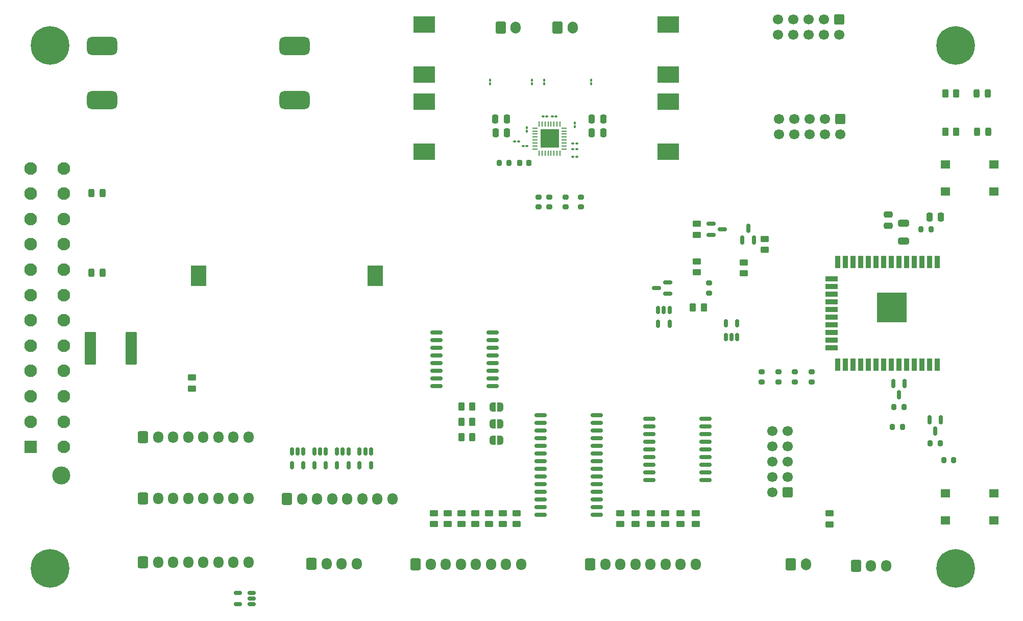
<source format=gbr>
%TF.GenerationSoftware,KiCad,Pcbnew,6.0.5-a6ca702e91~116~ubuntu20.04.1*%
%TF.CreationDate,2022-06-04T17:59:46+02:00*%
%TF.ProjectId,anna_elsa_esp32_cpu,616e6e61-5f65-46c7-9361-5f6573703332,rev?*%
%TF.SameCoordinates,Original*%
%TF.FileFunction,Soldermask,Top*%
%TF.FilePolarity,Negative*%
%FSLAX46Y46*%
G04 Gerber Fmt 4.6, Leading zero omitted, Abs format (unit mm)*
G04 Created by KiCad (PCBNEW 6.0.5-a6ca702e91~116~ubuntu20.04.1) date 2022-06-04 17:59:46*
%MOMM*%
%LPD*%
G01*
G04 APERTURE LIST*
G04 Aperture macros list*
%AMRoundRect*
0 Rectangle with rounded corners*
0 $1 Rounding radius*
0 $2 $3 $4 $5 $6 $7 $8 $9 X,Y pos of 4 corners*
0 Add a 4 corners polygon primitive as box body*
4,1,4,$2,$3,$4,$5,$6,$7,$8,$9,$2,$3,0*
0 Add four circle primitives for the rounded corners*
1,1,$1+$1,$2,$3*
1,1,$1+$1,$4,$5*
1,1,$1+$1,$6,$7*
1,1,$1+$1,$8,$9*
0 Add four rect primitives between the rounded corners*
20,1,$1+$1,$2,$3,$4,$5,0*
20,1,$1+$1,$4,$5,$6,$7,0*
20,1,$1+$1,$6,$7,$8,$9,0*
20,1,$1+$1,$8,$9,$2,$3,0*%
%AMFreePoly0*
4,1,22,0.500000,-0.750000,0.000000,-0.750000,0.000000,-0.745033,-0.079941,-0.743568,-0.215256,-0.701293,-0.333266,-0.622738,-0.424486,-0.514219,-0.481581,-0.384460,-0.499164,-0.250000,-0.500000,-0.250000,-0.500000,0.250000,-0.499164,0.250000,-0.499963,0.256109,-0.478152,0.396186,-0.417904,0.524511,-0.324060,0.630769,-0.204165,0.706417,-0.067858,0.745374,0.000000,0.744959,0.000000,0.750000,
0.500000,0.750000,0.500000,-0.750000,0.500000,-0.750000,$1*%
%AMFreePoly1*
4,1,20,0.000000,0.744959,0.073905,0.744508,0.209726,0.703889,0.328688,0.626782,0.421226,0.519385,0.479903,0.390333,0.500000,0.250000,0.500000,-0.250000,0.499851,-0.262216,0.476331,-0.402017,0.414519,-0.529596,0.319384,-0.634700,0.198574,-0.708877,0.061801,-0.746166,0.000000,-0.745033,0.000000,-0.750000,-0.500000,-0.750000,-0.500000,0.750000,0.000000,0.750000,0.000000,0.744959,
0.000000,0.744959,$1*%
G04 Aperture macros list end*
%ADD10R,3.600000X2.700000*%
%ADD11RoundRect,0.250000X0.250000X0.475000X-0.250000X0.475000X-0.250000X-0.475000X0.250000X-0.475000X0*%
%ADD12RoundRect,0.250000X-0.250000X-0.475000X0.250000X-0.475000X0.250000X0.475000X-0.250000X0.475000X0*%
%ADD13RoundRect,0.200000X0.275000X-0.200000X0.275000X0.200000X-0.275000X0.200000X-0.275000X-0.200000X0*%
%ADD14RoundRect,0.150000X-0.150000X0.512500X-0.150000X-0.512500X0.150000X-0.512500X0.150000X0.512500X0*%
%ADD15RoundRect,0.150000X0.512500X0.150000X-0.512500X0.150000X-0.512500X-0.150000X0.512500X-0.150000X0*%
%ADD16RoundRect,0.150000X0.150000X-0.512500X0.150000X0.512500X-0.150000X0.512500X-0.150000X-0.512500X0*%
%ADD17RoundRect,0.200000X0.200000X0.275000X-0.200000X0.275000X-0.200000X-0.275000X0.200000X-0.275000X0*%
%ADD18RoundRect,0.243750X0.243750X0.456250X-0.243750X0.456250X-0.243750X-0.456250X0.243750X-0.456250X0*%
%ADD19RoundRect,0.250000X0.450000X-0.262500X0.450000X0.262500X-0.450000X0.262500X-0.450000X-0.262500X0*%
%ADD20R,2.540000X3.510000*%
%ADD21RoundRect,0.062500X-0.375000X-0.062500X0.375000X-0.062500X0.375000X0.062500X-0.375000X0.062500X0*%
%ADD22RoundRect,0.062500X-0.062500X-0.375000X0.062500X-0.375000X0.062500X0.375000X-0.062500X0.375000X0*%
%ADD23R,3.100000X3.100000*%
%ADD24RoundRect,0.250000X-0.600000X-0.725000X0.600000X-0.725000X0.600000X0.725000X-0.600000X0.725000X0*%
%ADD25O,1.700000X1.950000*%
%ADD26R,1.600000X1.400000*%
%ADD27C,0.800000*%
%ADD28C,6.400000*%
%ADD29RoundRect,0.250000X-0.600000X-0.750000X0.600000X-0.750000X0.600000X0.750000X-0.600000X0.750000X0*%
%ADD30O,1.700000X2.000000*%
%ADD31RoundRect,0.100000X0.130000X0.100000X-0.130000X0.100000X-0.130000X-0.100000X0.130000X-0.100000X0*%
%ADD32RoundRect,0.100000X-0.130000X-0.100000X0.130000X-0.100000X0.130000X0.100000X-0.130000X0.100000X0*%
%ADD33RoundRect,0.100000X0.100000X-0.130000X0.100000X0.130000X-0.100000X0.130000X-0.100000X-0.130000X0*%
%ADD34R,0.900000X2.000000*%
%ADD35R,2.000000X0.900000*%
%ADD36R,5.000000X5.000000*%
%ADD37RoundRect,0.150000X-0.875000X-0.150000X0.875000X-0.150000X0.875000X0.150000X-0.875000X0.150000X0*%
%ADD38RoundRect,0.150000X0.875000X0.150000X-0.875000X0.150000X-0.875000X-0.150000X0.875000X-0.150000X0*%
%ADD39RoundRect,0.250000X-0.262500X-0.450000X0.262500X-0.450000X0.262500X0.450000X-0.262500X0.450000X0*%
%ADD40RoundRect,0.250000X0.262500X0.450000X-0.262500X0.450000X-0.262500X-0.450000X0.262500X-0.450000X0*%
%ADD41RoundRect,0.250000X0.600000X0.600000X-0.600000X0.600000X-0.600000X-0.600000X0.600000X-0.600000X0*%
%ADD42C,1.700000*%
%ADD43RoundRect,0.225000X0.225000X0.250000X-0.225000X0.250000X-0.225000X-0.250000X0.225000X-0.250000X0*%
%ADD44RoundRect,0.250000X-0.450000X0.262500X-0.450000X-0.262500X0.450000X-0.262500X0.450000X0.262500X0*%
%ADD45FreePoly0,180.000000*%
%ADD46FreePoly1,180.000000*%
%ADD47RoundRect,0.250000X-0.475000X0.250000X-0.475000X-0.250000X0.475000X-0.250000X0.475000X0.250000X0*%
%ADD48RoundRect,0.250000X-0.650000X0.325000X-0.650000X-0.325000X0.650000X-0.325000X0.650000X0.325000X0*%
%ADD49RoundRect,0.200000X-0.200000X-0.275000X0.200000X-0.275000X0.200000X0.275000X-0.200000X0.275000X0*%
%ADD50RoundRect,0.150000X-0.587500X-0.150000X0.587500X-0.150000X0.587500X0.150000X-0.587500X0.150000X0*%
%ADD51RoundRect,0.150000X0.587500X0.150000X-0.587500X0.150000X-0.587500X-0.150000X0.587500X-0.150000X0*%
%ADD52RoundRect,0.250000X-0.600000X0.600000X-0.600000X-0.600000X0.600000X-0.600000X0.600000X0.600000X0*%
%ADD53RoundRect,0.250000X-0.712500X-2.475000X0.712500X-2.475000X0.712500X2.475000X-0.712500X2.475000X0*%
%ADD54RoundRect,0.750000X-1.750000X-0.750000X1.750000X-0.750000X1.750000X0.750000X-1.750000X0.750000X0*%
%ADD55RoundRect,0.150000X0.150000X-0.587500X0.150000X0.587500X-0.150000X0.587500X-0.150000X-0.587500X0*%
%ADD56RoundRect,0.150000X-0.150000X0.587500X-0.150000X-0.587500X0.150000X-0.587500X0.150000X0.587500X0*%
%ADD57RoundRect,0.243750X-0.243750X-0.456250X0.243750X-0.456250X0.243750X0.456250X-0.243750X0.456250X0*%
%ADD58RoundRect,0.200000X-0.275000X0.200000X-0.275000X-0.200000X0.275000X-0.200000X0.275000X0.200000X0*%
%ADD59C,3.000000*%
%ADD60R,2.100000X2.100000*%
%ADD61C,2.100000*%
G04 APERTURE END LIST*
D10*
%TO.C,L4*%
X158250000Y-35150000D03*
X158250000Y-26850000D03*
%TD*%
%TO.C,L3*%
X158250000Y-47900000D03*
X158250000Y-39600000D03*
%TD*%
%TO.C,L2*%
X117750000Y-35150000D03*
X117750000Y-26850000D03*
%TD*%
%TO.C,L1*%
X117750000Y-47900000D03*
X117750000Y-39600000D03*
%TD*%
D11*
%TO.C,C18*%
X131450000Y-42500000D03*
X129550000Y-42500000D03*
%TD*%
D12*
%TO.C,C17*%
X145550000Y-42500000D03*
X147450000Y-42500000D03*
%TD*%
%TO.C,C14*%
X145550000Y-44750000D03*
X147450000Y-44750000D03*
%TD*%
D13*
%TO.C,R39*%
X143750000Y-57075000D03*
X143750000Y-55425000D03*
%TD*%
%TO.C,R37*%
X141250000Y-57075000D03*
X141250000Y-55425000D03*
%TD*%
%TO.C,R35*%
X138500000Y-57075000D03*
X138500000Y-55425000D03*
%TD*%
%TO.C,R29*%
X136750000Y-57075000D03*
X136750000Y-55425000D03*
%TD*%
D11*
%TO.C,C11*%
X131500000Y-44750000D03*
X129600000Y-44750000D03*
%TD*%
D14*
%TO.C,U11*%
X97700000Y-97612500D03*
X96750000Y-97612500D03*
X95800000Y-97612500D03*
X95800000Y-99887500D03*
X97700000Y-99887500D03*
%TD*%
%TO.C,U10*%
X105200000Y-97612500D03*
X104250000Y-97612500D03*
X103300000Y-97612500D03*
X103300000Y-99887500D03*
X105200000Y-99887500D03*
%TD*%
D15*
%TO.C,U9*%
X89137500Y-122950000D03*
X89137500Y-122000000D03*
X89137500Y-121050000D03*
X86862500Y-121050000D03*
X86862500Y-122950000D03*
%TD*%
D14*
%TO.C,U7*%
X101450000Y-97612500D03*
X100500000Y-97612500D03*
X99550000Y-97612500D03*
X99550000Y-99887500D03*
X101450000Y-99887500D03*
%TD*%
%TO.C,U6*%
X108950000Y-97612500D03*
X108000000Y-97612500D03*
X107050000Y-97612500D03*
X107050000Y-99887500D03*
X108950000Y-99887500D03*
%TD*%
D16*
%TO.C,U5*%
X167800000Y-78637500D03*
X168750000Y-78637500D03*
X169700000Y-78637500D03*
X169700000Y-76362500D03*
X167800000Y-76362500D03*
%TD*%
D14*
%TO.C,U2*%
X158450000Y-74112500D03*
X157500000Y-74112500D03*
X156550000Y-74112500D03*
X156550000Y-76387500D03*
X158450000Y-76387500D03*
%TD*%
D17*
%TO.C,R1*%
X131825000Y-49750000D03*
X130175000Y-49750000D03*
%TD*%
D18*
%TO.C,D1*%
X211359000Y-44600000D03*
X209484000Y-44600000D03*
%TD*%
%TO.C,D2*%
X211280500Y-38250000D03*
X209405500Y-38250000D03*
%TD*%
D19*
%TO.C,R16*%
X133096000Y-109624500D03*
X133096000Y-107799500D03*
%TD*%
D20*
%TO.C,BT1*%
X80320000Y-68500000D03*
X109680000Y-68500000D03*
%TD*%
D21*
%TO.C,U3*%
X136119500Y-43970000D03*
X136119500Y-44470000D03*
X136119500Y-44970000D03*
X136119500Y-45470000D03*
X136119500Y-45970000D03*
X136119500Y-46470000D03*
X136119500Y-46970000D03*
X136119500Y-47470000D03*
D22*
X136807000Y-48157500D03*
X137307000Y-48157500D03*
X137807000Y-48157500D03*
X138307000Y-48157500D03*
X138807000Y-48157500D03*
X139307000Y-48157500D03*
X139807000Y-48157500D03*
X140307000Y-48157500D03*
D21*
X140994500Y-47470000D03*
X140994500Y-46970000D03*
X140994500Y-46470000D03*
X140994500Y-45970000D03*
X140994500Y-45470000D03*
X140994500Y-44970000D03*
X140994500Y-44470000D03*
X140994500Y-43970000D03*
D22*
X140307000Y-43282500D03*
X139807000Y-43282500D03*
X139307000Y-43282500D03*
X138807000Y-43282500D03*
X138307000Y-43282500D03*
X137807000Y-43282500D03*
X137307000Y-43282500D03*
X136807000Y-43282500D03*
D23*
X138557000Y-45720000D03*
%TD*%
D24*
%TO.C,J5*%
X189382400Y-116535200D03*
D25*
X191882400Y-116535200D03*
X194382400Y-116535200D03*
%TD*%
D24*
%TO.C,J22*%
X116332000Y-116332000D03*
D25*
X118832000Y-116332000D03*
X121332000Y-116332000D03*
X123832000Y-116332000D03*
X126332000Y-116332000D03*
X128832000Y-116332000D03*
X131332000Y-116332000D03*
X133832000Y-116332000D03*
%TD*%
D26*
%TO.C,SW1*%
X204250000Y-50000000D03*
X212250000Y-50000000D03*
X204250000Y-54500000D03*
X212250000Y-54500000D03*
%TD*%
D27*
%TO.C,H2*%
X58120000Y-117000000D03*
D28*
X55720000Y-117000000D03*
D27*
X53320000Y-117000000D03*
X54022944Y-118697056D03*
X55720000Y-119400000D03*
X57417056Y-118697056D03*
X55720000Y-114600000D03*
X57417056Y-115302944D03*
X54022944Y-115302944D03*
%TD*%
%TO.C,H3*%
X205900000Y-27920000D03*
X208300000Y-30320000D03*
X204202944Y-28622944D03*
X203500000Y-30320000D03*
X207597056Y-28622944D03*
X205900000Y-32720000D03*
X207597056Y-32017056D03*
D28*
X205900000Y-30320000D03*
D27*
X204202944Y-32017056D03*
%TD*%
D29*
%TO.C,J9*%
X130429000Y-27305000D03*
D30*
X132929000Y-27305000D03*
%TD*%
D29*
%TO.C,J11*%
X139879000Y-27305000D03*
D30*
X142379000Y-27305000D03*
%TD*%
D31*
%TO.C,C2*%
X143070000Y-47500000D03*
X142430000Y-47500000D03*
%TD*%
%TO.C,C3*%
X143070000Y-46500000D03*
X142430000Y-46500000D03*
%TD*%
D32*
%TO.C,C5*%
X134173000Y-46990000D03*
X134813000Y-46990000D03*
%TD*%
D31*
%TO.C,C6*%
X143070000Y-48750000D03*
X142430000Y-48750000D03*
%TD*%
D33*
%TO.C,C7*%
X134747000Y-43876000D03*
X134747000Y-44516000D03*
%TD*%
D31*
%TO.C,C8*%
X138115000Y-42037000D03*
X137475000Y-42037000D03*
%TD*%
D33*
%TO.C,C9*%
X142748000Y-43754000D03*
X142748000Y-43114000D03*
%TD*%
%TO.C,C12*%
X128651000Y-36642000D03*
X128651000Y-36002000D03*
%TD*%
%TO.C,C13*%
X137668000Y-36642000D03*
X137668000Y-36002000D03*
%TD*%
%TO.C,C15*%
X135636000Y-36642000D03*
X135636000Y-36002000D03*
%TD*%
%TO.C,C16*%
X145415000Y-36642000D03*
X145415000Y-36002000D03*
%TD*%
D32*
%TO.C,C10*%
X138999000Y-42037000D03*
X139639000Y-42037000D03*
%TD*%
D34*
%TO.C,U1*%
X202819000Y-66176000D03*
X201549000Y-66176000D03*
X200279000Y-66176000D03*
X199009000Y-66176000D03*
X197739000Y-66176000D03*
X196469000Y-66176000D03*
X195199000Y-66176000D03*
X193929000Y-66176000D03*
X192659000Y-66176000D03*
X191389000Y-66176000D03*
X190119000Y-66176000D03*
X188849000Y-66176000D03*
X187579000Y-66176000D03*
X186309000Y-66176000D03*
D35*
X185309000Y-68961000D03*
X185309000Y-70231000D03*
X185309000Y-71501000D03*
X185309000Y-72771000D03*
X185309000Y-74041000D03*
X185309000Y-75311000D03*
X185309000Y-76581000D03*
X185309000Y-77851000D03*
X185309000Y-79121000D03*
X185309000Y-80391000D03*
D34*
X186309000Y-83176000D03*
X187579000Y-83176000D03*
X188849000Y-83176000D03*
X190119000Y-83176000D03*
X191389000Y-83176000D03*
X192659000Y-83176000D03*
X193929000Y-83176000D03*
X195199000Y-83176000D03*
X196469000Y-83176000D03*
X197739000Y-83176000D03*
X199009000Y-83176000D03*
X200279000Y-83176000D03*
X201549000Y-83176000D03*
X202819000Y-83176000D03*
D36*
X195319000Y-73676000D03*
%TD*%
D19*
%TO.C,R15*%
X185000000Y-109662500D03*
X185000000Y-107837500D03*
%TD*%
D24*
%TO.C,J10*%
X99060000Y-116230400D03*
D25*
X101560000Y-116230400D03*
X104060000Y-116230400D03*
X106560000Y-116230400D03*
%TD*%
D27*
%TO.C,H1*%
X57417056Y-28622944D03*
X54022944Y-28622944D03*
X53320000Y-30320000D03*
X55720000Y-32720000D03*
X57417056Y-32017056D03*
X55720000Y-27920000D03*
D28*
X55720000Y-30320000D03*
D27*
X58120000Y-30320000D03*
X54022944Y-32017056D03*
%TD*%
D28*
%TO.C,H4*%
X205900000Y-117000000D03*
D27*
X205900000Y-119400000D03*
X208300000Y-117000000D03*
X204202944Y-115302944D03*
X207597056Y-118697056D03*
X207597056Y-115302944D03*
X204202944Y-118697056D03*
X205900000Y-114600000D03*
X203500000Y-117000000D03*
%TD*%
D29*
%TO.C,J14*%
X178562000Y-116332000D03*
D30*
X181062000Y-116332000D03*
%TD*%
D24*
%TO.C,J23*%
X145288000Y-116332000D03*
D25*
X147788000Y-116332000D03*
X150288000Y-116332000D03*
X152788000Y-116332000D03*
X155288000Y-116332000D03*
X157788000Y-116332000D03*
X160288000Y-116332000D03*
X162788000Y-116332000D03*
%TD*%
D19*
%TO.C,R13*%
X128524000Y-109624500D03*
X128524000Y-107799500D03*
%TD*%
%TO.C,R14*%
X130810000Y-109624500D03*
X130810000Y-107799500D03*
%TD*%
%TO.C,R24*%
X162814000Y-109624500D03*
X162814000Y-107799500D03*
%TD*%
%TO.C,R22*%
X157734000Y-109624500D03*
X157734000Y-107799500D03*
%TD*%
D37*
%TO.C,Q3*%
X155116000Y-92202000D03*
X155116000Y-93472000D03*
X155116000Y-94742000D03*
X155116000Y-96012000D03*
X155116000Y-97282000D03*
X155116000Y-98552000D03*
X155116000Y-99822000D03*
X155116000Y-101092000D03*
X155116000Y-102362000D03*
X164416000Y-102362000D03*
X164416000Y-101092000D03*
X164416000Y-99822000D03*
X164416000Y-98552000D03*
X164416000Y-97282000D03*
X164416000Y-96012000D03*
X164416000Y-94742000D03*
X164416000Y-93472000D03*
X164416000Y-92202000D03*
%TD*%
D19*
%TO.C,R21*%
X155321000Y-109624500D03*
X155321000Y-107799500D03*
%TD*%
%TO.C,R9*%
X119380000Y-109624500D03*
X119380000Y-107799500D03*
%TD*%
%TO.C,R20*%
X152781000Y-109624500D03*
X152781000Y-107799500D03*
%TD*%
%TO.C,R11*%
X123952000Y-109624500D03*
X123952000Y-107799500D03*
%TD*%
%TO.C,R19*%
X150241000Y-109624500D03*
X150241000Y-107799500D03*
%TD*%
%TO.C,R12*%
X126238000Y-109624500D03*
X126238000Y-107799500D03*
%TD*%
%TO.C,R23*%
X160274000Y-109624500D03*
X160274000Y-107799500D03*
%TD*%
D38*
%TO.C,U8*%
X146382000Y-108077000D03*
X146382000Y-106807000D03*
X146382000Y-105537000D03*
X146382000Y-104267000D03*
X146382000Y-102997000D03*
X146382000Y-101727000D03*
X146382000Y-100457000D03*
X146382000Y-99187000D03*
X146382000Y-97917000D03*
X146382000Y-96647000D03*
X146382000Y-95377000D03*
X146382000Y-94107000D03*
X146382000Y-92837000D03*
X146382000Y-91567000D03*
X137082000Y-91567000D03*
X137082000Y-92837000D03*
X137082000Y-94107000D03*
X137082000Y-95377000D03*
X137082000Y-96647000D03*
X137082000Y-97917000D03*
X137082000Y-99187000D03*
X137082000Y-100457000D03*
X137082000Y-101727000D03*
X137082000Y-102997000D03*
X137082000Y-104267000D03*
X137082000Y-105537000D03*
X137082000Y-106807000D03*
X137082000Y-108077000D03*
%TD*%
D19*
%TO.C,R10*%
X121666000Y-109624500D03*
X121666000Y-107799500D03*
%TD*%
D38*
%TO.C,U4*%
X129110000Y-86741000D03*
X129110000Y-85471000D03*
X129110000Y-84201000D03*
X129110000Y-82931000D03*
X129110000Y-81661000D03*
X129110000Y-80391000D03*
X129110000Y-79121000D03*
X129110000Y-77851000D03*
X119810000Y-77851000D03*
X119810000Y-79121000D03*
X119810000Y-80391000D03*
X119810000Y-81661000D03*
X119810000Y-82931000D03*
X119810000Y-84201000D03*
X119810000Y-85471000D03*
X119810000Y-86741000D03*
%TD*%
D39*
%TO.C,R30*%
X204175000Y-44600000D03*
X206000000Y-44600000D03*
%TD*%
%TO.C,R31*%
X204175000Y-38250000D03*
X206000000Y-38250000D03*
%TD*%
D24*
%TO.C,J1*%
X71120000Y-95250000D03*
D25*
X73620000Y-95250000D03*
X76120000Y-95250000D03*
X78620000Y-95250000D03*
X81120000Y-95250000D03*
X83620000Y-95250000D03*
X86120000Y-95250000D03*
X88620000Y-95250000D03*
%TD*%
D24*
%TO.C,J2*%
X71120000Y-105410000D03*
D25*
X73620000Y-105410000D03*
X76120000Y-105410000D03*
X78620000Y-105410000D03*
X81120000Y-105410000D03*
X83620000Y-105410000D03*
X86120000Y-105410000D03*
X88620000Y-105410000D03*
%TD*%
D24*
%TO.C,J3*%
X71120000Y-115930000D03*
D25*
X73620000Y-115930000D03*
X76120000Y-115930000D03*
X78620000Y-115930000D03*
X81120000Y-115930000D03*
X83620000Y-115930000D03*
X86120000Y-115930000D03*
X88620000Y-115930000D03*
%TD*%
D40*
%TO.C,R2*%
X125742500Y-90170000D03*
X123917500Y-90170000D03*
%TD*%
%TO.C,R18*%
X125742500Y-92710000D03*
X123917500Y-92710000D03*
%TD*%
%TO.C,R27*%
X125742500Y-95250000D03*
X123917500Y-95250000D03*
%TD*%
D41*
%TO.C,J12*%
X178054000Y-104394000D03*
D42*
X175514000Y-104394000D03*
X178054000Y-101854000D03*
X175514000Y-101854000D03*
X178054000Y-99314000D03*
X175514000Y-99314000D03*
X178054000Y-96774000D03*
X175514000Y-96774000D03*
X178054000Y-94234000D03*
X175514000Y-94234000D03*
%TD*%
D31*
%TO.C,C4*%
X133416000Y-46228000D03*
X132776000Y-46228000D03*
%TD*%
D43*
%TO.C,C1*%
X135141000Y-49784000D03*
X133591000Y-49784000D03*
%TD*%
D44*
%TO.C,R17*%
X79250000Y-85337500D03*
X79250000Y-87162500D03*
%TD*%
D45*
%TO.C,JP1*%
X130400000Y-95750000D03*
D46*
X129100000Y-95750000D03*
%TD*%
D45*
%TO.C,JP2*%
X130400000Y-93000000D03*
D46*
X129100000Y-93000000D03*
%TD*%
D45*
%TO.C,JP3*%
X130400000Y-90250000D03*
D46*
X129100000Y-90250000D03*
%TD*%
D17*
%TO.C,R25*%
X201825000Y-60750000D03*
X200175000Y-60750000D03*
%TD*%
D12*
%TO.C,C21*%
X201550000Y-58750000D03*
X203450000Y-58750000D03*
%TD*%
D24*
%TO.C,J4*%
X95000000Y-105500000D03*
D25*
X97500000Y-105500000D03*
X100000000Y-105500000D03*
X102500000Y-105500000D03*
X105000000Y-105500000D03*
X107500000Y-105500000D03*
X110000000Y-105500000D03*
X112500000Y-105500000D03*
%TD*%
D47*
%TO.C,C23*%
X194750000Y-58300000D03*
X194750000Y-60200000D03*
%TD*%
D48*
%TO.C,C22*%
X197250000Y-59775000D03*
X197250000Y-62725000D03*
%TD*%
D49*
%TO.C,R36*%
X195425000Y-93500000D03*
X197075000Y-93500000D03*
%TD*%
D50*
%TO.C,Q1*%
X165312500Y-59800000D03*
X165312500Y-61700000D03*
X167187500Y-60750000D03*
%TD*%
D51*
%TO.C,D3*%
X158187500Y-71450000D03*
X158187500Y-69550000D03*
X156312500Y-70500000D03*
%TD*%
D52*
%TO.C,J7*%
X186790000Y-42497500D03*
D42*
X186790000Y-45037500D03*
X184250000Y-42497500D03*
X184250000Y-45037500D03*
X181710000Y-42497500D03*
X181710000Y-45037500D03*
X179170000Y-42497500D03*
X179170000Y-45037500D03*
X176630000Y-42497500D03*
X176630000Y-45037500D03*
%TD*%
D53*
%TO.C,F1*%
X62362500Y-80500000D03*
X69137500Y-80500000D03*
%TD*%
D54*
%TO.C,U12*%
X64350000Y-30390000D03*
X64340000Y-39320000D03*
X96230000Y-39360000D03*
X96220000Y-30400000D03*
%TD*%
D44*
%TO.C,R7*%
X174250000Y-62337500D03*
X174250000Y-64162500D03*
%TD*%
D55*
%TO.C,Q2*%
X170550000Y-62500000D03*
X172450000Y-62500000D03*
X171500000Y-60625000D03*
%TD*%
D26*
%TO.C,SW2*%
X212250000Y-104500000D03*
X204250000Y-104500000D03*
X212250000Y-109000000D03*
X204250000Y-109000000D03*
%TD*%
D17*
%TO.C,R32*%
X197325000Y-90250000D03*
X195675000Y-90250000D03*
%TD*%
D56*
%TO.C,Q7*%
X203450000Y-92312500D03*
X201550000Y-92312500D03*
X202500000Y-94187500D03*
%TD*%
D57*
%TO.C,F2*%
X62562500Y-54750000D03*
X64437500Y-54750000D03*
%TD*%
%TO.C,F3*%
X62562500Y-68000000D03*
X64437500Y-68000000D03*
%TD*%
D17*
%TO.C,R41*%
X205575000Y-99000000D03*
X203925000Y-99000000D03*
%TD*%
D40*
%TO.C,R5*%
X164162500Y-73750000D03*
X162337500Y-73750000D03*
%TD*%
D13*
%TO.C,R3*%
X165000000Y-71325000D03*
X165000000Y-69675000D03*
%TD*%
D56*
%TO.C,Q4*%
X197450000Y-86312500D03*
X195550000Y-86312500D03*
X196500000Y-88187500D03*
%TD*%
D58*
%TO.C,R33*%
X179250000Y-84425000D03*
X179250000Y-86075000D03*
%TD*%
%TO.C,R26*%
X176500000Y-84425000D03*
X176500000Y-86075000D03*
%TD*%
%TO.C,R34*%
X182000000Y-84425000D03*
X182000000Y-86075000D03*
%TD*%
D19*
%TO.C,R4*%
X163000000Y-61662500D03*
X163000000Y-59837500D03*
%TD*%
D17*
%TO.C,R38*%
X203325000Y-96250000D03*
X201675000Y-96250000D03*
%TD*%
D52*
%TO.C,J8*%
X186580000Y-25997500D03*
D42*
X186580000Y-28537500D03*
X184040000Y-25997500D03*
X184040000Y-28537500D03*
X181500000Y-25997500D03*
X181500000Y-28537500D03*
X178960000Y-25997500D03*
X178960000Y-28537500D03*
X176420000Y-25997500D03*
X176420000Y-28537500D03*
%TD*%
D19*
%TO.C,R8*%
X170750000Y-68075000D03*
X170750000Y-66250000D03*
%TD*%
D59*
%TO.C,J6*%
X57540000Y-101550000D03*
D60*
X52500000Y-96850000D03*
D61*
X58000000Y-96850000D03*
X52500000Y-92650000D03*
X58000000Y-92650000D03*
X52500000Y-88450000D03*
X58000000Y-88450000D03*
X52500000Y-84250000D03*
X58000000Y-84250000D03*
X52500000Y-80050000D03*
X58000000Y-80050000D03*
X52500000Y-75850000D03*
X58000000Y-75850000D03*
X52500000Y-71650000D03*
X58000000Y-71650000D03*
X52500000Y-67450000D03*
X58000000Y-67450000D03*
X52500000Y-63250000D03*
X58000000Y-63250000D03*
X52500000Y-59050000D03*
X58000000Y-59050000D03*
X52500000Y-54850000D03*
X58000000Y-54850000D03*
X52500000Y-50650000D03*
X58000000Y-50650000D03*
%TD*%
D58*
%TO.C,R28*%
X173750000Y-84425000D03*
X173750000Y-86075000D03*
%TD*%
D19*
%TO.C,R6*%
X163000000Y-67912500D03*
X163000000Y-66087500D03*
%TD*%
M02*

</source>
